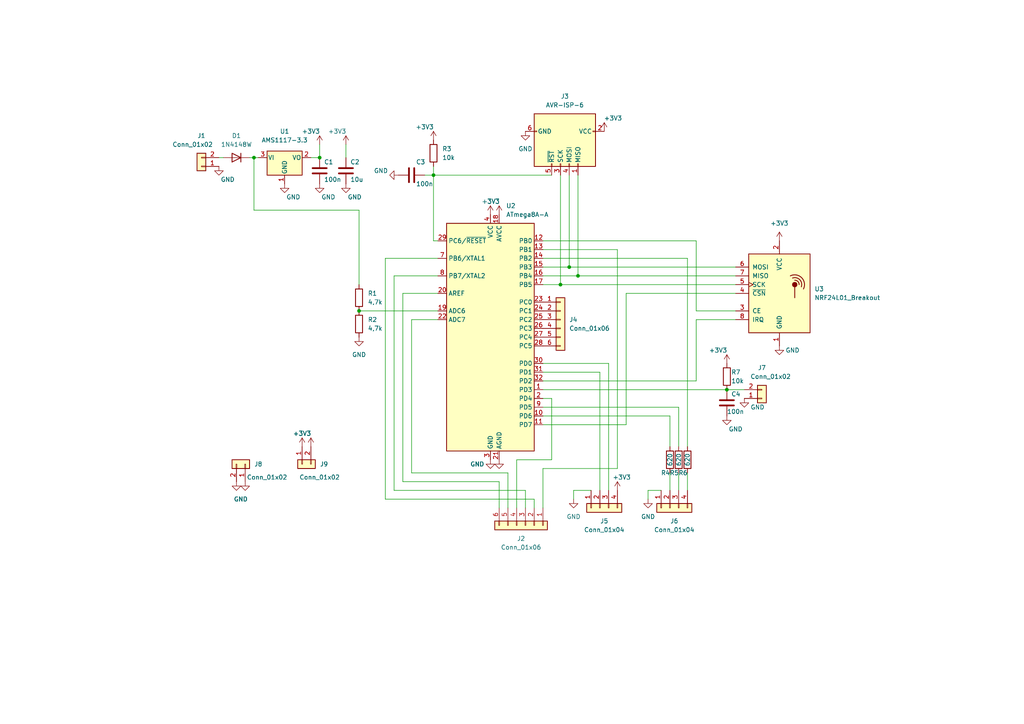
<source format=kicad_sch>
(kicad_sch (version 20211123) (generator eeschema)
  (paper "A4")
  (lib_symbols
    (symbol "Connector:AVR-ISP-6" (pin_names (offset 1.016))
      (property "Reference" "J" (at -6.35 11.43 0))
      (property "Value" "AVR-ISP-6" (at 0 11.43 0))
      (symbol "AVR-ISP-6_0_1"
        (rectangle (start -2.667 -6.858) (end -2.413 -7.62))
        (rectangle (start -2.667 10.16) (end -2.413 9.398))
        (rectangle (start 7.62 -2.413) (end 6.858 -2.667))
        (rectangle (start 7.62 0.127) (end 6.858 -0.127))
        (rectangle (start 7.62 2.667) (end 6.858 2.413))
        (rectangle (start 7.62 5.207) (end 6.858 4.953))
        (rectangle (start 7.62 10.16) (end -7.62 -7.62) (stroke (width 0.254)) (fill (type background)))
      )
      (symbol "AVR-ISP-6_1_1"
        (pin passive line (at 10.16 5.08 180) (length 2.54) (name "MISO") (number "1"))
        (pin passive line (at -2.54 12.7 270) (length 2.54) (name "VCC") (number "2"))
        (pin passive line (at 10.16 0 180) (length 2.54) (name "SCK") (number "3"))
        (pin passive line (at 10.16 2.54 180) (length 2.54) (name "MOSI") (number "4"))
        (pin passive line (at 10.16 -2.54 180) (length 2.54) (name "~{RST}") (number "5"))
        (pin passive line (at -2.54 -10.16 90) (length 2.54) (name "GND") (number "6"))
      )
    )
    (symbol "Connector_Generic:Conn_01x02" (pin_names (offset 1.016) hide)
      (property "Reference" "J" (at 0 2.54 0))
      (property "Value" "Conn_01x02" (at 0 -5.08 0))
      (symbol "Conn_01x02_1_1"
        (rectangle (start -1.27 -2.413) (end 0 -2.667) (stroke (width 0.1524)))
        (rectangle (start -1.27 0.127) (end 0 -0.127) (stroke (width 0.1524)))
        (rectangle (start -1.27 1.27) (end 1.27 -3.81) (stroke (width 0.254)) (fill (type background)))
        (pin passive line (at -5.08 0 0) (length 3.81) (name "Pin_1") (number "1"))
        (pin passive line (at -5.08 -2.54 0) (length 3.81) (name "Pin_2") (number "2"))
      )
    )
    (symbol "Connector_Generic:Conn_01x04" (pin_names (offset 1.016) hide)
      (property "Reference" "J" (at 0 5.08 0))
      (property "Value" "Conn_01x04" (at 0 -7.62 0))
      (symbol "Conn_01x04_1_1"
        (rectangle (start -1.27 -4.953) (end 0 -5.207) (stroke (width 0.1524)))
        (rectangle (start -1.27 -2.413) (end 0 -2.667) (stroke (width 0.1524)))
        (rectangle (start -1.27 0.127) (end 0 -0.127) (stroke (width 0.1524)))
        (rectangle (start -1.27 2.667) (end 0 2.413) (stroke (width 0.1524)))
        (rectangle (start -1.27 3.81) (end 1.27 -6.35) (stroke (width 0.254)) (fill (type background)))
        (pin passive line (at -5.08 2.54 0) (length 3.81) (name "Pin_1") (number "1"))
        (pin passive line (at -5.08 0 0) (length 3.81) (name "Pin_2") (number "2"))
        (pin passive line (at -5.08 -2.54 0) (length 3.81) (name "Pin_3") (number "3"))
        (pin passive line (at -5.08 -5.08 0) (length 3.81) (name "Pin_4") (number "4"))
      )
    )
    (symbol "Connector_Generic:Conn_01x06" (pin_names (offset 1.016) hide)
      (property "Reference" "J" (at 0 7.62 0))
      (property "Value" "Conn_01x06" (at 0 -10.16 0))
      (symbol "Conn_01x06_1_1"
        (rectangle (start -1.27 -7.493) (end 0 -7.747) (stroke (width 0.1524)))
        (rectangle (start -1.27 -4.953) (end 0 -5.207) (stroke (width 0.1524)))
        (rectangle (start -1.27 -2.413) (end 0 -2.667) (stroke (width 0.1524)))
        (rectangle (start -1.27 0.127) (end 0 -0.127) (stroke (width 0.1524)))
        (rectangle (start -1.27 2.667) (end 0 2.413) (stroke (width 0.1524)))
        (rectangle (start -1.27 5.207) (end 0 4.953) (stroke (width 0.1524)))
        (rectangle (start -1.27 6.35) (end 1.27 -8.89) (stroke (width 0.254)) (fill (type background)))
        (pin passive line (at -5.08 5.08 0) (length 3.81) (name "Pin_1") (number "1"))
        (pin passive line (at -5.08 2.54 0) (length 3.81) (name "Pin_2") (number "2"))
        (pin passive line (at -5.08 0 0) (length 3.81) (name "Pin_3") (number "3"))
        (pin passive line (at -5.08 -2.54 0) (length 3.81) (name "Pin_4") (number "4"))
        (pin passive line (at -5.08 -5.08 0) (length 3.81) (name "Pin_5") (number "5"))
        (pin passive line (at -5.08 -7.62 0) (length 3.81) (name "Pin_6") (number "6"))
      )
    )
    (symbol "Device:C" (pin_numbers hide) (pin_names (offset 0.254))
      (property "Reference" "C" (at 0.635 2.54 0))
      (property "Value" "C" (at 0.635 -2.54 0))
      (symbol "C_0_1"
        (polyline (pts (xy -2.032 -0.762) (xy 2.032 -0.762)) (stroke (width 0.508)))
        (polyline (pts (xy -2.032 0.762) (xy 2.032 0.762)) (stroke (width 0.508)))
      )
      (symbol "C_1_1"
        (pin passive line (at 0 3.81 270) (length 2.794) (name "~") (number "1"))
        (pin passive line (at 0 -3.81 90) (length 2.794) (name "~") (number "2"))
      )
    )
    (symbol "Device:R" (pin_numbers hide) (pin_names (offset 0))
      (property "Reference" "R" (at 2.032 0 90))
      (property "Value" "R" (at 0 0 90))
      (symbol "R_0_1"
        (rectangle (start -1.016 -2.54) (end 1.016 2.54) (stroke (width 0.254)))
      )
      (symbol "R_1_1"
        (pin passive line (at 0 3.81 270) (length 1.27) (name "~") (number "1"))
        (pin passive line (at 0 -3.81 90) (length 1.27) (name "~") (number "2"))
      )
    )
    (symbol "Diode:1N4148W" (pin_numbers hide) (pin_names (offset 1.016) hide)
      (property "Reference" "D" (at 0 2.54 0))
      (property "Value" "1N4148W" (at 0 -2.54 0))
      (symbol "1N4148W_0_1"
        (polyline (pts (xy -1.27 1.27) (xy -1.27 -1.27)) (stroke (width 0.254)))
        (polyline (pts (xy 1.27 0) (xy -1.27 0)))
        (polyline (pts (xy 1.27 1.27) (xy 1.27 -1.27) (xy -1.27 0) (xy 1.27 1.27)) (stroke (width 0.254)))
      )
      (symbol "1N4148W_1_1"
        (pin passive line (at -3.81 0 0) (length 2.54) (name "K") (number "1"))
        (pin passive line (at 3.81 0 180) (length 2.54) (name "A") (number "2"))
      )
    )
    (symbol "MCU_Microchip_ATmega:ATmega8A-A"
      (property "Reference" "U" (at -12.7 34.29 0))
      (property "Value" "ATmega8A-A" (at 5.08 -34.29 0))
      (symbol "ATmega8A-A_0_1"
        (rectangle (start -12.7 -33.02) (end 12.7 33.02) (stroke (width 0.254)) (fill (type background)))
      )
      (symbol "ATmega8A-A_1_1"
        (pin bidirectional line (at 15.24 -15.24 180) (length 2.54) (name "PD3") (number "1"))
        (pin bidirectional line (at 15.24 -22.86 180) (length 2.54) (name "PD6") (number "10"))
        (pin bidirectional line (at 15.24 -25.4 180) (length 2.54) (name "PD7") (number "11"))
        (pin bidirectional line (at 15.24 27.94 180) (length 2.54) (name "PB0") (number "12"))
        (pin bidirectional line (at 15.24 25.4 180) (length 2.54) (name "PB1") (number "13"))
        (pin bidirectional line (at 15.24 22.86 180) (length 2.54) (name "PB2") (number "14"))
        (pin bidirectional line (at 15.24 20.32 180) (length 2.54) (name "PB3") (number "15"))
        (pin bidirectional line (at 15.24 17.78 180) (length 2.54) (name "PB4") (number "16"))
        (pin bidirectional line (at 15.24 15.24 180) (length 2.54) (name "PB5") (number "17"))
        (pin power_in line (at 2.54 35.56 270) (length 2.54) (name "AVCC") (number "18"))
        (pin input line (at -15.24 7.62 0) (length 2.54) (name "ADC6") (number "19"))
        (pin bidirectional line (at 15.24 -17.78 180) (length 2.54) (name "PD4") (number "2"))
        (pin passive line (at -15.24 12.7 0) (length 2.54) (name "AREF") (number "20"))
        (pin power_in line (at 2.54 -35.56 90) (length 2.54) (name "AGND") (number "21"))
        (pin input line (at -15.24 5.08 0) (length 2.54) (name "ADC7") (number "22"))
        (pin bidirectional line (at 15.24 10.16 180) (length 2.54) (name "PC0") (number "23"))
        (pin bidirectional line (at 15.24 7.62 180) (length 2.54) (name "PC1") (number "24"))
        (pin bidirectional line (at 15.24 5.08 180) (length 2.54) (name "PC2") (number "25"))
        (pin bidirectional line (at 15.24 2.54 180) (length 2.54) (name "PC3") (number "26"))
        (pin bidirectional line (at 15.24 0 180) (length 2.54) (name "PC4") (number "27"))
        (pin bidirectional line (at 15.24 -2.54 180) (length 2.54) (name "PC5") (number "28"))
        (pin bidirectional line (at -15.24 27.94 0) (length 2.54) (name "PC6/~{RESET}") (number "29"))
        (pin power_in line (at 0 -35.56 90) (length 2.54) (name "GND") (number "3"))
        (pin bidirectional line (at 15.24 -7.62 180) (length 2.54) (name "PD0") (number "30"))
        (pin bidirectional line (at 15.24 -10.16 180) (length 2.54) (name "PD1") (number "31"))
        (pin bidirectional line (at 15.24 -12.7 180) (length 2.54) (name "PD2") (number "32"))
        (pin power_in line (at 0 35.56 270) (length 2.54) (name "VCC") (number "4"))
        (pin passive line (at 0 -35.56 90) (length 2.54) hide (name "GND") (number "5"))
        (pin passive line (at 0 35.56 270) (length 2.54) hide (name "VCC") (number "6"))
        (pin bidirectional line (at -15.24 22.86 0) (length 2.54) (name "PB6/XTAL1") (number "7"))
        (pin bidirectional line (at -15.24 17.78 0) (length 2.54) (name "PB7/XTAL2") (number "8"))
        (pin bidirectional line (at 15.24 -20.32 180) (length 2.54) (name "PD5") (number "9"))
      )
    )
    (symbol "RF:NRF24L01_Breakout" (pin_names (offset 1.016))
      (property "Reference" "U" (at -8.89 12.7 0))
      (property "Value" "NRF24L01_Breakout" (at 3.81 12.7 0))
      (symbol "NRF24L01_Breakout_0_1"
        (rectangle (start -8.89 11.43) (end 8.89 -11.43) (stroke (width 0.254)) (fill (type background)))
        (polyline (pts (xy 4.445 1.905) (xy 4.445 -1.27)) (stroke (width 0.254)))
        (circle (center 4.445 2.54) (radius 0.635) (stroke (width 0.254)) (fill (type outline)))
        (arc (start 5.715 2.54) (mid 5.3559 3.4509) (end 4.445 3.81) (stroke (width 0.254)))
        (arc (start 6.35 1.905) (mid 5.8833 3.9783) (end 3.81 4.445) (stroke (width 0.254)))
        (arc (start 6.985 1.27) (mid 6.453 4.548) (end 3.175 5.08) (stroke (width 0.254)))
      )
      (symbol "NRF24L01_Breakout_1_1"
        (pin power_in line (at 0 -15.24 90) (length 3.81) (name "GND") (number "1"))
        (pin power_in line (at 0 15.24 270) (length 3.81) (name "VCC") (number "2"))
        (pin input line (at -12.7 -5.08 0) (length 3.81) (name "CE") (number "3"))
        (pin input line (at -12.7 0 0) (length 3.81) (name "~{CSN}") (number "4"))
        (pin input clock (at -12.7 2.54 0) (length 3.81) (name "SCK") (number "5"))
        (pin input line (at -12.7 7.62 0) (length 3.81) (name "MOSI") (number "6"))
        (pin output line (at -12.7 5.08 0) (length 3.81) (name "MISO") (number "7"))
        (pin output line (at -12.7 -7.62 0) (length 3.81) (name "IRQ") (number "8"))
      )
    )
    (symbol "Regulator_Linear:AMS1117-3.3" (pin_names (offset 0.254))
      (property "Reference" "U" (at -3.81 3.175 0))
      (property "Value" "AMS1117-3.3" (at 0 3.175 0))
      (symbol "AMS1117-3.3_0_1"
        (rectangle (start -5.08 -5.08) (end 5.08 1.905) (stroke (width 0.254)) (fill (type background)))
      )
      (symbol "AMS1117-3.3_1_1"
        (pin power_in line (at 0 -7.62 90) (length 2.54) (name "GND") (number "1"))
        (pin power_out line (at 7.62 0 180) (length 2.54) (name "VO") (number "2"))
        (pin power_in line (at -7.62 0 0) (length 2.54) (name "VI") (number "3"))
      )
    )
    (symbol "power:+3.3V" (power) (pin_names (offset 0))
      (property "Value" "+3.3V" (at 0 3.556 0))
      (symbol "+3.3V_0_1"
        (polyline (pts (xy -0.762 1.27) (xy 0 2.54)))
        (polyline (pts (xy 0 0) (xy 0 2.54)))
        (polyline (pts (xy 0 2.54) (xy 0.762 1.27)))
      )
      (symbol "+3.3V_1_1"
        (pin power_in line (at 0 0 90) (length 0) hide (name "+3V3") (number "1"))
      )
    )
    (symbol "power:GND" (power) (pin_names (offset 0))
      (property "Value" "GND" (at 0 -3.81 0))
      (symbol "GND_0_1"
        (polyline (pts (xy 0 0) (xy 0 -1.27) (xy 1.27 -1.27) (xy 0 -2.54) (xy -1.27 -1.27) (xy 0 -1.27)))
      )
      (symbol "GND_1_1"
        (pin power_in line (at 0 0 270) (length 0) hide (name "GND") (number "1"))
      )
    )
  )
  (junction (at 167.64 80.01))
  (junction (at 125.73 50.8))
  (junction (at 92.71 45.72))
  (junction (at 104.14 90.17))
  (junction (at 210.82 113.03))
  (junction (at 165.1 77.47))
  (junction (at 73.66 45.72))
  (junction (at 162.56 82.55))
  (wire (pts (xy 119.38 92.71) (xy 127 92.71)))
  (wire (pts (xy 213.36 90.17) (xy 201.93 90.17)))
  (wire (pts (xy 181.61 85.09) (xy 181.61 123.19)))
  (wire (pts (xy 157.48 82.55) (xy 162.56 82.55)))
  (wire (pts (xy 147.32 137.16) (xy 147.32 147.32)))
  (wire (pts (xy 157.48 77.47) (xy 165.1 77.47)))
  (wire (pts (xy 90.17 45.72) (xy 92.71 45.72)))
  (wire (pts (xy 157.48 107.95) (xy 173.99 107.95)))
  (wire (pts (xy 157.48 105.41) (xy 176.53 105.41)))
  (wire (pts (xy 152.4 142.24) (xy 152.4 147.32)))
  (wire (pts (xy 114.3 80.01) (xy 114.3 142.24)))
  (wire (pts (xy 127 74.93) (xy 111.76 74.93)))
  (wire (pts (xy 104.14 60.96) (xy 73.66 60.96)))
  (wire (pts (xy 111.76 144.78) (xy 154.94 144.78)))
  (wire (pts (xy 165.1 77.47) (xy 213.36 77.47)))
  (wire (pts (xy 154.94 144.78) (xy 154.94 147.32)))
  (wire (pts (xy 213.36 85.09) (xy 181.61 85.09)))
  (wire (pts (xy 160.02 115.57) (xy 160.02 133.35)))
  (wire (pts (xy 187.96 142.24) (xy 191.77 142.24)))
  (wire (pts (xy 196.85 118.11) (xy 196.85 129.54)))
  (wire (pts (xy 114.3 142.24) (xy 152.4 142.24)))
  (wire (pts (xy 104.14 90.17) (xy 127 90.17)))
  (wire (pts (xy 157.48 135.89) (xy 179.07 135.89)))
  (wire (pts (xy 162.56 50.8) (xy 162.56 82.55)))
  (wire (pts (xy 157.48 110.49) (xy 201.93 110.49)))
  (wire (pts (xy 64.77 45.72) (xy 63.5 45.72)))
  (wire (pts (xy 127 85.09) (xy 116.84 85.09)))
  (wire (pts (xy 73.66 60.96) (xy 73.66 45.72)))
  (wire (pts (xy 176.53 105.41) (xy 176.53 142.24)))
  (wire (pts (xy 160.02 133.35) (xy 149.86 133.35)))
  (wire (pts (xy 167.64 50.8) (xy 167.64 80.01)))
  (wire (pts (xy 116.84 139.7) (xy 144.78 139.7)))
  (wire (pts (xy 167.64 80.01) (xy 213.36 80.01)))
  (wire (pts (xy 111.76 74.93) (xy 111.76 144.78)))
  (wire (pts (xy 194.31 120.65) (xy 194.31 129.54)))
  (wire (pts (xy 165.1 50.8) (xy 165.1 77.47)))
  (wire (pts (xy 196.85 137.16) (xy 196.85 142.24)))
  (wire (pts (xy 125.73 48.26) (xy 125.73 50.8)))
  (wire (pts (xy 157.48 113.03) (xy 210.82 113.03)))
  (wire (pts (xy 125.73 50.8) (xy 125.73 69.85)))
  (wire (pts (xy 119.38 137.16) (xy 147.32 137.16)))
  (wire (pts (xy 149.86 133.35) (xy 149.86 147.32)))
  (wire (pts (xy 201.93 90.17) (xy 201.93 69.85)))
  (wire (pts (xy 157.48 135.89) (xy 157.48 147.32)))
  (wire (pts (xy 199.39 137.16) (xy 199.39 142.24)))
  (wire (pts (xy 201.93 110.49) (xy 201.93 92.71)))
  (wire (pts (xy 210.82 113.03) (xy 215.9 113.03)))
  (wire (pts (xy 127 80.01) (xy 114.3 80.01)))
  (wire (pts (xy 166.37 144.78) (xy 166.37 142.24)))
  (wire (pts (xy 157.48 74.93) (xy 199.39 74.93)))
  (wire (pts (xy 72.39 45.72) (xy 73.66 45.72)))
  (wire (pts (xy 181.61 123.19) (xy 157.48 123.19)))
  (wire (pts (xy 160.02 50.8) (xy 125.73 50.8)))
  (wire (pts (xy 123.19 50.8) (xy 125.73 50.8)))
  (wire (pts (xy 73.66 45.72) (xy 74.93 45.72)))
  (wire (pts (xy 201.93 92.71) (xy 213.36 92.71)))
  (wire (pts (xy 173.99 107.95) (xy 173.99 142.24)))
  (wire (pts (xy 162.56 82.55) (xy 213.36 82.55)))
  (wire (pts (xy 194.31 137.16) (xy 194.31 142.24)))
  (wire (pts (xy 157.48 72.39) (xy 179.07 72.39)))
  (wire (pts (xy 157.48 80.01) (xy 167.64 80.01)))
  (wire (pts (xy 144.78 139.7) (xy 144.78 147.32)))
  (wire (pts (xy 92.71 45.72) (xy 92.71 41.91)))
  (wire (pts (xy 157.48 120.65) (xy 194.31 120.65)))
  (wire (pts (xy 179.07 72.39) (xy 179.07 135.89)))
  (wire (pts (xy 201.93 69.85) (xy 157.48 69.85)))
  (wire (pts (xy 125.73 69.85) (xy 127 69.85)))
  (wire (pts (xy 157.48 118.11) (xy 196.85 118.11)))
  (wire (pts (xy 157.48 115.57) (xy 160.02 115.57)))
  (wire (pts (xy 187.96 144.78) (xy 187.96 142.24)))
  (wire (pts (xy 119.38 92.71) (xy 119.38 137.16)))
  (wire (pts (xy 100.33 45.72) (xy 100.33 41.91)))
  (wire (pts (xy 116.84 85.09) (xy 116.84 139.7)))
  (wire (pts (xy 166.37 142.24) (xy 171.45 142.24)))
  (wire (pts (xy 199.39 74.93) (xy 199.39 129.54)))
  (wire (pts (xy 104.14 60.96) (xy 104.14 82.55)))
  (symbol (lib_id "power:GND") (at 166.37 144.78 0) (unit 1)
    (property "Reference" "#PWR015" (effects hide))
    (property "Value" "GND" (at 166.37 149.86 0))
  )
  (symbol (lib_id "power:+3.3V") (at 125.73 40.64 0) (unit 1)
    (property "Reference" "#PWR09" (effects hide))
    (property "Value" "+3.3V" (at 123.19 36.83 0))
  )
  (symbol (lib_id "power:+3.3V") (at 90.17 129.54 0) (unit 1)
    (property "Reference" "#PWR027" (effects hide))
    (property "Value" "+3.3V" (at 87.63 125.73 0))
  )
  (symbol (lib_id "power:GND") (at 142.24 133.35 0) (unit 1)
    (property "Reference" "#PWR011" (effects hide))
    (property "Value" "GND" (at 138.43 134.62 0))
  )
  (symbol (lib_id "Connector_Generic:Conn_01x02") (at 71.12 134.62 270) (mirror x) (unit 1)
    (property "Reference" "J8" (at 74.93 134.62 90))
    (property "Value" "Conn_01x02" (at 77.47 138.43 90))
    (property "Footprint" "Connector_PinHeader_2.54mm:PinHeader_1x02_P2.54mm_Vertical" (effects hide))
  )
  (symbol (lib_id "Device:R") (at 104.14 86.36 0) (unit 1)
    (property "Reference" "R1" (at 106.68 85.0899 0) (effects (justify left)))
    (property "Value" "4,7k" (at 106.68 87.6299 0) (effects (justify left)))
    (property "Footprint" "Resistor_SMD:R_0805_2012Metric" (effects hide))
  )
  (symbol (lib_id "power:GND") (at 71.12 139.7 0) (unit 1)
    (property "Reference" "#PWR025" (effects hide))
    (property "Value" "GND" (at 69.85 144.78 0))
  )
  (symbol (lib_id "power:+3.3V") (at 142.24 62.23 0) (mirror y) (unit 1)
    (property "Reference" "#PWR010" (effects hide))
    (property "Value" "+3.3V" (at 139.7 58.42 0) (effects (justify right)))
  )
  (symbol (lib_id "power:GND") (at 115.57 50.8 270) (unit 1)
    (property "Reference" "#PWR07" (effects hide))
    (property "Value" "GND" (at 110.49 49.53 90))
  )
  (symbol (lib_id "power:+3.3V") (at 226.06 69.85 0) (unit 1)
    (property "Reference" "#PWR022" (effects hide))
    (property "Value" "+3.3V" (at 226.06 64.77 0))
  )
  (symbol (lib_id "Connector_Generic:Conn_01x02") (at 220.98 115.57 0) (mirror x) (unit 1)
    (property "Reference" "J7" (at 220.98 106.68 0))
    (property "Value" "Conn_01x02" (at 223.52 109.22 0))
    (property "Footprint" "Connector_PinHeader_2.54mm:PinHeader_1x02_P2.54mm_Vertical" (effects hide))
  )
  (symbol (lib_id "MCU_Microchip_ATmega:ATmega8A-A") (at 142.24 97.79 0) (unit 1)
    (property "Reference" "U2" (at 146.7994 59.69 0) (effects (justify left)))
    (property "Value" "ATmega8A-A" (at 146.7994 62.23 0) (effects (justify left)))
    (property "Footprint" "Package_QFP:TQFP-32_7x7mm_P0.8mm" (effects hide))
    (property "Datasheet" "http://ww1.microchip.com/downloads/en/DeviceDoc/Microchip%208bit%20mcu%20AVR%20ATmega8A%20data%20sheet%2040001974A.pdf" (effects hide))
  )
  (symbol (lib_id "power:+3.3V") (at 210.82 105.41 0) (unit 1)
    (property "Reference" "#PWR019" (effects hide))
    (property "Value" "+3.3V" (at 208.28 101.6 0))
  )
  (symbol (lib_id "power:GND") (at 100.33 53.34 0) (unit 1)
    (property "Reference" "#PWR06" (effects hide))
    (property "Value" "GND" (at 102.87 57.15 0))
  )
  (symbol (lib_id "power:GND") (at 104.14 97.79 0) (unit 1)
    (property "Reference" "#PWR08" (effects hide))
    (property "Value" "GND" (at 104.14 102.87 0))
  )
  (symbol (lib_id "Connector_Generic:Conn_01x04") (at 173.99 147.32 90) (mirror x) (unit 1)
    (property "Reference" "J5" (at 175.26 151.13 90))
    (property "Value" "Conn_01x04" (at 175.26 153.67 90))
    (property "Footprint" "Connector_PinHeader_2.54mm:PinHeader_1x04_P2.54mm_Vertical" (effects hide))
  )
  (symbol (lib_id "power:GND") (at 226.06 100.33 0) (unit 1)
    (property "Reference" "#PWR023" (effects hide))
    (property "Value" "GND" (at 229.87 101.6 0))
  )
  (symbol (lib_id "Device:R") (at 104.14 93.98 0) (unit 1)
    (property "Reference" "R2" (at 106.68 92.7099 0) (effects (justify left)))
    (property "Value" "4,7k" (at 106.68 95.2499 0) (effects (justify left)))
    (property "Footprint" "Resistor_SMD:R_0805_2012Metric" (effects hide))
  )
  (symbol (lib_id "Device:R") (at 199.39 133.35 180) (unit 1)
    (property "Reference" "R6" (at 198.12 137.16 0))
    (property "Value" "620" (at 199.39 133.35 90))
    (property "Footprint" "Resistor_SMD:R_0603_1608Metric" (effects hide))
  )
  (symbol (lib_id "Device:R") (at 194.31 133.35 180) (unit 1)
    (property "Reference" "R4" (at 193.04 137.16 0))
    (property "Value" "620" (at 194.31 133.35 90))
    (property "Footprint" "Resistor_SMD:R_0603_1608Metric" (effects hide))
  )
  (symbol (lib_id "power:+3.3V") (at 87.63 129.54 0) (unit 1)
    (property "Reference" "#PWR026" (effects hide))
    (property "Value" "+3.3V" (at 87.63 125.73 0))
  )
  (symbol (lib_id "power:GND") (at 82.55 53.34 0) (unit 1)
    (property "Reference" "#PWR02" (effects hide))
    (property "Value" "GND" (at 85.09 57.15 0))
  )
  (symbol (lib_id "power:GND") (at 187.96 144.78 0) (unit 1)
    (property "Reference" "#PWR018" (effects hide))
    (property "Value" "GND" (at 187.96 149.86 0))
  )
  (symbol (lib_id "power:+3.3V") (at 179.07 142.24 0) (unit 1)
    (property "Reference" "#PWR017" (effects hide))
    (property "Value" "+3.3V" (at 180.34 138.43 0))
  )
  (symbol (lib_id "power:+3.3V") (at 100.33 41.91 0) (unit 1)
    (property "Reference" "#PWR05" (effects hide))
    (property "Value" "+3.3V" (at 97.79 38.1 0))
  )
  (symbol (lib_id "Connector:AVR-ISP-6") (at 162.56 40.64 270) (unit 1)
    (property "Reference" "J3" (at 163.83 27.94 90))
    (property "Value" "AVR-ISP-6" (at 163.83 30.48 90))
    (property "Footprint" "Connector_PinHeader_2.54mm:PinHeader_2x03_P2.54mm_Vertical" (effects hide))
    (property "Datasheet" " ~" (effects hide))
  )
  (symbol (lib_id "Device:C") (at 119.38 50.8 270) (unit 1)
    (property "Reference" "C3" (at 120.65 46.99 90) (effects (justify left)))
    (property "Value" "100n" (at 120.65 53.34 90) (effects (justify left)))
    (property "Footprint" "Capacitor_SMD:C_0805_2012Metric" (effects hide))
  )
  (symbol (lib_id "power:+3.3V") (at 144.78 62.23 0) (mirror y) (unit 1)
    (property "Reference" "#PWR012" (effects hide))
    (property "Value" "+3.3V" (at 139.7 58.42 0) (effects (justify right)))
  )
  (symbol (lib_id "power:GND") (at 63.5 48.26 0) (unit 1)
    (property "Reference" "#PWR01" (effects hide))
    (property "Value" "GND" (at 66.04 52.07 0))
  )
  (symbol (lib_id "Device:C") (at 100.33 49.53 0) (unit 1)
    (property "Reference" "C2" (at 101.6 46.99 0) (effects (justify left)))
    (property "Value" "10u" (at 101.6 52.07 0) (effects (justify left)))
    (property "Footprint" "Capacitor_SMD:C_0805_2012Metric" (effects hide))
  )
  (symbol (lib_id "Regulator_Linear:AMS1117-3.3") (at 82.55 45.72 0) (unit 1)
    (property "Reference" "U1" (at 82.55 38.1 0))
    (property "Value" "AMS1117-3.3" (at 82.55 40.64 0))
    (property "Footprint" "Package_TO_SOT_SMD:SOT-223-3_TabPin2" (effects hide))
    (property "Datasheet" "http://www.advanced-monolithic.com/pdf/ds1117.pdf" (effects hide))
  )
  (symbol (lib_id "power:GND") (at 68.58 139.7 0) (unit 1)
    (property "Reference" "#PWR024" (effects hide))
    (property "Value" "GND" (at 69.85 144.78 0))
  )
  (symbol (lib_id "Connector_Generic:Conn_01x06") (at 162.56 92.71 0) (unit 1)
    (property "Reference" "J4" (at 165.1 92.7099 0) (effects (justify left)))
    (property "Value" "Conn_01x06" (at 165.1 95.2499 0) (effects (justify left)))
    (property "Footprint" "Connector_PinHeader_2.54mm:PinHeader_1x06_P2.54mm_Vertical" (effects hide))
  )
  (symbol (lib_id "power:GND") (at 92.71 53.34 0) (unit 1)
    (property "Reference" "#PWR04" (effects hide))
    (property "Value" "GND" (at 95.25 57.15 0))
  )
  (symbol (lib_id "Device:C") (at 92.71 49.53 0) (unit 1)
    (property "Reference" "C1" (at 93.98 46.99 0) (effects (justify left)))
    (property "Value" "100n" (at 93.98 52.07 0) (effects (justify left)))
    (property "Footprint" "Capacitor_SMD:C_0805_2012Metric" (effects hide))
  )
  (symbol (lib_id "Device:C") (at 210.82 116.84 0) (unit 1)
    (property "Reference" "C4" (at 212.09 114.3 0) (effects (justify left)))
    (property "Value" "100n" (at 210.82 119.38 0) (effects (justify left)))
    (property "Footprint" "Capacitor_SMD:C_0805_2012Metric" (effects hide))
  )
  (symbol (lib_id "power:GND") (at 210.82 120.65 0) (unit 1)
    (property "Reference" "#PWR020" (effects hide))
    (property "Value" "GND" (at 213.36 124.46 0))
  )
  (symbol (lib_id "Diode:1N4148W") (at 68.58 45.72 180) (unit 1)
    (property "Reference" "D1" (at 68.58 39.37 0))
    (property "Value" "1N4148W" (at 68.58 41.91 0))
    (property "Footprint" "Diode_SMD:D_SOD-123" (effects hide))
    (property "Datasheet" "https://www.vishay.com/docs/85748/1n4148w.pdf" (effects hide))
  )
  (symbol (lib_id "Device:R") (at 125.73 44.45 0) (unit 1)
    (property "Reference" "R3" (at 128.27 43.1799 0) (effects (justify left)))
    (property "Value" "10k" (at 128.27 45.7199 0) (effects (justify left)))
    (property "Footprint" "Resistor_SMD:R_0805_2012Metric" (effects hide))
  )
  (symbol (lib_id "power:+3.3V") (at 175.26 38.1 0) (unit 1)
    (property "Reference" "#PWR016" (effects hide))
    (property "Value" "+3.3V" (at 177.8 34.29 0))
  )
  (symbol (lib_id "power:GND") (at 215.9 115.57 0) (mirror y) (unit 1)
    (property "Reference" "#PWR021" (effects hide))
    (property "Value" "GND" (at 219.71 118.11 0))
  )
  (symbol (lib_id "power:GND") (at 144.78 133.35 0) (unit 1)
    (property "Reference" "#PWR013" (effects hide))
    (property "Value" "GND" (at 138.43 134.62 0))
  )
  (symbol (lib_id "Connector_Generic:Conn_01x04") (at 194.31 147.32 90) (mirror x) (unit 1)
    (property "Reference" "J6" (at 195.58 151.13 90))
    (property "Value" "Conn_01x04" (at 195.58 153.67 90))
    (property "Footprint" "Connector_PinHeader_2.54mm:PinHeader_1x04_P2.54mm_Vertical" (effects hide))
  )
  (symbol (lib_id "Connector_Generic:Conn_01x02") (at 58.42 48.26 180) (unit 1)
    (property "Reference" "J1" (at 58.42 39.37 0))
    (property "Value" "Conn_01x02" (at 55.88 41.91 0))
    (property "Footprint" "Connector_PinHeader_2.54mm:PinHeader_1x02_P2.54mm_Vertical" (effects hide))
  )
  (symbol (lib_id "power:+3.3V") (at 92.71 41.91 0) (unit 1)
    (property "Reference" "#PWR03" (effects hide))
    (property "Value" "+3.3V" (at 90.17 38.1 0))
  )
  (symbol (lib_id "Device:R") (at 196.85 133.35 180) (unit 1)
    (property "Reference" "R5" (at 195.58 137.16 0))
    (property "Value" "620" (at 196.85 133.35 90))
    (property "Footprint" "Resistor_SMD:R_0603_1608Metric" (effects hide))
  )
  (symbol (lib_id "Connector_Generic:Conn_01x02") (at 87.63 134.62 90) (mirror x) (unit 1)
    (property "Reference" "J9" (at 93.98 134.62 90))
    (property "Value" "Conn_01x02" (at 92.71 138.43 90))
    (property "Footprint" "Connector_PinHeader_2.54mm:PinHeader_1x02_P2.54mm_Vertical" (effects hide))
  )
  (symbol (lib_id "Device:R") (at 210.82 109.22 0) (unit 1)
    (property "Reference" "R7" (at 212.09 107.95 0) (effects (justify left)))
    (property "Value" "10k" (at 212.09 110.49 0) (effects (justify left)))
    (property "Footprint" "Resistor_SMD:R_0805_2012Metric" (effects hide))
  )
  (symbol (lib_id "RF:NRF24L01_Breakout") (at 226.06 85.09 0) (unit 1)
    (property "Reference" "U3" (at 236.22 83.8199 0) (effects (justify left)))
    (property "Value" "NRF24L01_Breakout" (at 236.22 86.3599 0) (effects (justify left)))
    (property "Footprint" "Connector_PinHeader_2.54mm:PinHeader_2x04_P2.54mm_Vertical" (effects hide))
    (property "Datasheet" "http://www.nordicsemi.com/eng/content/download/2730/34105/file/nRF24L01_Product_Specification_v2_0.pdf" (effects hide))
  )
  (symbol (lib_id "Connector_Generic:Conn_01x06") (at 152.4 152.4 270) (unit 1)
    (property "Reference" "J2" (at 151.13 156.21 90))
    (property "Value" "Conn_01x06" (at 151.13 158.75 90))
    (property "Footprint" "Connector_PinHeader_2.54mm:PinHeader_1x06_P2.54mm_Vertical" (effects hide))
  )
  (symbol (lib_id "power:GND") (at 152.4 38.1 0) (unit 1)
    (property "Reference" "#PWR014" (effects hide))
    (property "Value" "GND" (at 152.4 43.18 0))
  )
)
</source>
